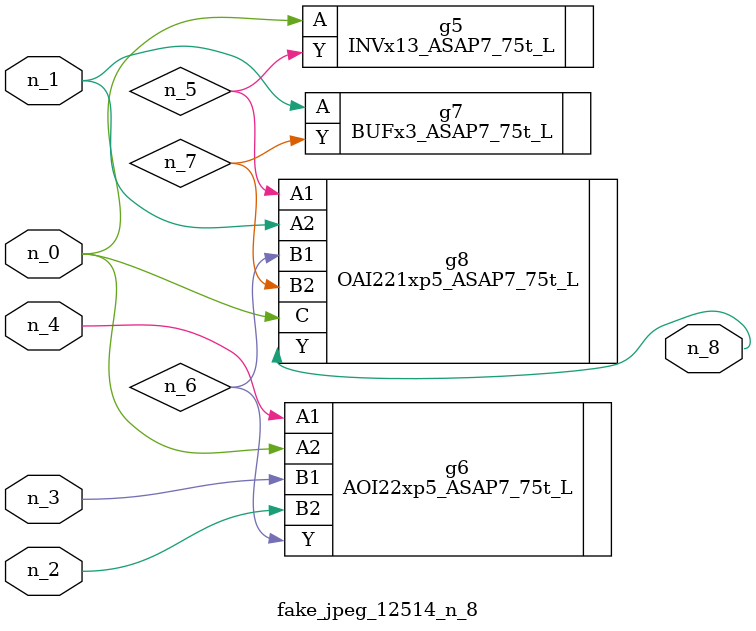
<source format=v>
module fake_jpeg_12514_n_8 (n_3, n_2, n_1, n_0, n_4, n_8);

input n_3;
input n_2;
input n_1;
input n_0;
input n_4;

output n_8;

wire n_6;
wire n_5;
wire n_7;

INVx13_ASAP7_75t_L g5 ( 
.A(n_0),
.Y(n_5)
);

AOI22xp5_ASAP7_75t_L g6 ( 
.A1(n_4),
.A2(n_0),
.B1(n_3),
.B2(n_2),
.Y(n_6)
);

BUFx3_ASAP7_75t_L g7 ( 
.A(n_1),
.Y(n_7)
);

OAI221xp5_ASAP7_75t_L g8 ( 
.A1(n_5),
.A2(n_1),
.B1(n_6),
.B2(n_7),
.C(n_0),
.Y(n_8)
);


endmodule
</source>
